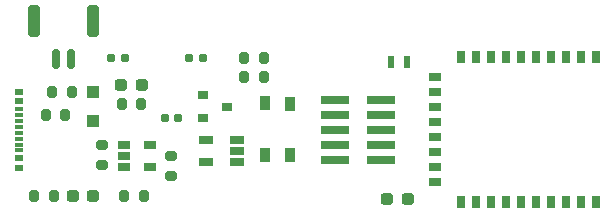
<source format=gbr>
%TF.GenerationSoftware,KiCad,Pcbnew,5.99.0-unknown-64afa3a42e~128~ubuntu20.04.1*%
%TF.CreationDate,2021-05-12T23:24:30+01:00*%
%TF.ProjectId,E73-nRF52840-BBoard,4537332d-6e52-4463-9532-3834302d4242,rev?*%
%TF.SameCoordinates,Original*%
%TF.FileFunction,Paste,Top*%
%TF.FilePolarity,Positive*%
%FSLAX46Y46*%
G04 Gerber Fmt 4.6, Leading zero omitted, Abs format (unit mm)*
G04 Created by KiCad (PCBNEW 5.99.0-unknown-64afa3a42e~128~ubuntu20.04.1) date 2021-05-12 23:24:30*
%MOMM*%
%LPD*%
G01*
G04 APERTURE LIST*
G04 Aperture macros list*
%AMRoundRect*
0 Rectangle with rounded corners*
0 $1 Rounding radius*
0 $2 $3 $4 $5 $6 $7 $8 $9 X,Y pos of 4 corners*
0 Add a 4 corners polygon primitive as box body*
4,1,4,$2,$3,$4,$5,$6,$7,$8,$9,$2,$3,0*
0 Add four circle primitives for the rounded corners*
1,1,$1+$1,$2,$3*
1,1,$1+$1,$4,$5*
1,1,$1+$1,$6,$7*
1,1,$1+$1,$8,$9*
0 Add four rect primitives between the rounded corners*
20,1,$1+$1,$2,$3,$4,$5,0*
20,1,$1+$1,$4,$5,$6,$7,0*
20,1,$1+$1,$6,$7,$8,$9,0*
20,1,$1+$1,$8,$9,$2,$3,0*%
G04 Aperture macros list end*
%ADD10R,0.850000X1.200000*%
%ADD11RoundRect,0.200000X0.200000X0.275000X-0.200000X0.275000X-0.200000X-0.275000X0.200000X-0.275000X0*%
%ADD12RoundRect,0.237500X0.287500X0.237500X-0.287500X0.237500X-0.287500X-0.237500X0.287500X-0.237500X0*%
%ADD13R,1.000000X1.000000*%
%ADD14R,0.600000X1.100000*%
%ADD15R,0.650000X1.000000*%
%ADD16R,1.000000X0.650000*%
%ADD17RoundRect,0.155000X-0.212500X-0.155000X0.212500X-0.155000X0.212500X0.155000X-0.212500X0.155000X0*%
%ADD18RoundRect,0.200000X-0.275000X0.200000X-0.275000X-0.200000X0.275000X-0.200000X0.275000X0.200000X0*%
%ADD19R,0.900000X0.800000*%
%ADD20RoundRect,0.237500X-0.287500X-0.237500X0.287500X-0.237500X0.287500X0.237500X-0.287500X0.237500X0*%
%ADD21RoundRect,0.200000X-0.200000X-0.275000X0.200000X-0.275000X0.200000X0.275000X-0.200000X0.275000X0*%
%ADD22RoundRect,0.150000X0.150000X0.700000X-0.150000X0.700000X-0.150000X-0.700000X0.150000X-0.700000X0*%
%ADD23RoundRect,0.250000X0.250000X1.100000X-0.250000X1.100000X-0.250000X-1.100000X0.250000X-1.100000X0*%
%ADD24R,1.220000X0.650000*%
%ADD25RoundRect,0.155000X0.212500X0.155000X-0.212500X0.155000X-0.212500X-0.155000X0.212500X-0.155000X0*%
%ADD26R,1.060000X0.650000*%
%ADD27R,0.800000X0.540000*%
%ADD28R,0.800000X0.300000*%
%ADD29R,2.400000X0.740000*%
G04 APERTURE END LIST*
D10*
%TO.C,SW1*%
X102840000Y-63175000D03*
X102840000Y-58775000D03*
X104980000Y-63175000D03*
X104980000Y-58835000D03*
%TD*%
D11*
%TO.C,R4*%
X84925000Y-66600000D03*
X83275000Y-66600000D03*
%TD*%
D12*
%TO.C,L1*%
X114900000Y-66850000D03*
X113150000Y-66850000D03*
%TD*%
D11*
%TO.C,R5*%
X92550000Y-66600000D03*
X90900000Y-66600000D03*
%TD*%
D13*
%TO.C,D3*%
X88275000Y-60300000D03*
X88275000Y-57800000D03*
%TD*%
D14*
%TO.C,Y1*%
X113450000Y-55225000D03*
X114850000Y-55225000D03*
%TD*%
D11*
%TO.C,R6*%
X92325000Y-58825000D03*
X90675000Y-58825000D03*
%TD*%
%TO.C,R3*%
X102725000Y-54925000D03*
X101075000Y-54925000D03*
%TD*%
D15*
%TO.C,U1*%
X130850500Y-54881000D03*
X129580500Y-54881000D03*
X128310500Y-54881000D03*
X127040500Y-54881000D03*
X125770500Y-54881000D03*
X124500500Y-54881000D03*
X123230500Y-54881000D03*
X121960500Y-54881000D03*
X120690500Y-54881000D03*
X119420500Y-54881000D03*
D16*
X117201500Y-56530000D03*
X117201500Y-57800000D03*
X117201500Y-59070000D03*
X117201500Y-60340000D03*
X117201500Y-61610000D03*
X117201500Y-62880000D03*
X117201500Y-64150000D03*
X117201500Y-65420000D03*
D15*
X119420500Y-67119000D03*
X120690500Y-67119000D03*
X121960500Y-67119000D03*
X123230500Y-67119000D03*
X124500500Y-67119000D03*
X125770500Y-67119000D03*
X127040500Y-67119000D03*
X128310500Y-67119000D03*
X129580500Y-67119000D03*
X130850500Y-67119000D03*
%TD*%
D17*
%TO.C,C1*%
X89807500Y-54950000D03*
X90942500Y-54950000D03*
%TD*%
D18*
%TO.C,R8*%
X89050000Y-62325000D03*
X89050000Y-63975000D03*
%TD*%
D19*
%TO.C,Q1*%
X97600000Y-58100000D03*
X97600000Y-60000000D03*
X99600000Y-59050000D03*
%TD*%
D20*
%TO.C,D1*%
X86525000Y-66600000D03*
X88275000Y-66600000D03*
%TD*%
D21*
%TO.C,R1*%
X101075000Y-56525000D03*
X102725000Y-56525000D03*
%TD*%
%TO.C,R2*%
X84275000Y-59750000D03*
X85925000Y-59750000D03*
%TD*%
D22*
%TO.C,J3*%
X86375000Y-55000000D03*
X85125000Y-55000000D03*
D23*
X83275000Y-51800000D03*
X88225000Y-51800000D03*
%TD*%
D24*
%TO.C,U2*%
X100410000Y-63750000D03*
X100410000Y-62800000D03*
X100410000Y-61850000D03*
X97790000Y-61850000D03*
X97790000Y-63750000D03*
%TD*%
D20*
%TO.C,D2*%
X90625000Y-57225000D03*
X92375000Y-57225000D03*
%TD*%
D25*
%TO.C,C3*%
X95492500Y-60000000D03*
X94357500Y-60000000D03*
%TD*%
D26*
%TO.C,U3*%
X90875000Y-62250000D03*
X90875000Y-63200000D03*
X90875000Y-64150000D03*
X93075000Y-64150000D03*
X93075000Y-62250000D03*
%TD*%
D27*
%TO.C,J2*%
X82025000Y-57800000D03*
X82025000Y-64200000D03*
X82025000Y-58600000D03*
X82025000Y-63400000D03*
D28*
X82025000Y-59750000D03*
X82025000Y-60750000D03*
X82025000Y-61250000D03*
X82025000Y-62250000D03*
X82025000Y-62750000D03*
X82025000Y-61750000D03*
X82025000Y-60250000D03*
X82025000Y-59242000D03*
%TD*%
D29*
%TO.C,J1*%
X108750000Y-58460000D03*
X112650000Y-58460000D03*
X108750000Y-59730000D03*
X112650000Y-59730000D03*
X108750000Y-61000000D03*
X112650000Y-61000000D03*
X108750000Y-62270000D03*
X112650000Y-62270000D03*
X108750000Y-63540000D03*
X112650000Y-63540000D03*
%TD*%
D17*
%TO.C,C2*%
X96407500Y-54925000D03*
X97542500Y-54925000D03*
%TD*%
D18*
%TO.C,R7*%
X94875000Y-63225000D03*
X94875000Y-64875000D03*
%TD*%
D11*
%TO.C,R9*%
X86450000Y-57800000D03*
X84800000Y-57800000D03*
%TD*%
M02*

</source>
